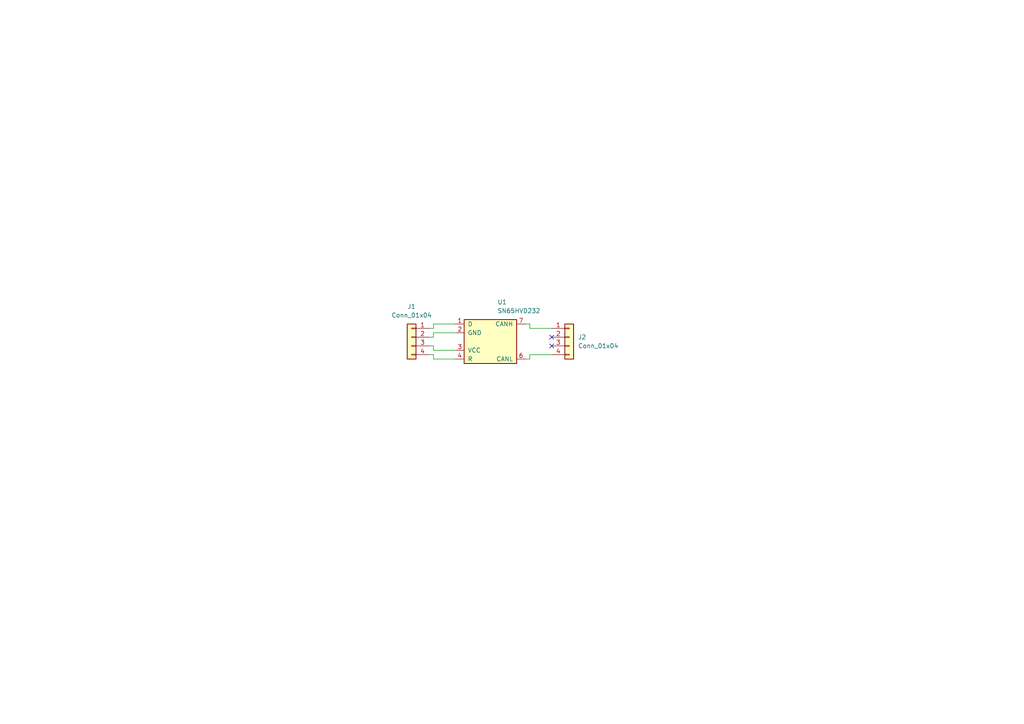
<source format=kicad_sch>
(kicad_sch (version 20211123) (generator eeschema)
  (paper "A4")
  (lib_symbols
    (symbol "Connector_Generic:Conn_01x04" (pin_names (offset 1.016) hide)
      (property "Reference" "J" (at 0 5.08 0))
      (property "Value" "Conn_01x04" (at 0 -7.62 0))
      (symbol "Conn_01x04_1_1"
        (rectangle (start -1.27 -4.953) (end 0 -5.207) (stroke (width 0.1524)))
        (rectangle (start -1.27 -2.413) (end 0 -2.667) (stroke (width 0.1524)))
        (rectangle (start -1.27 0.127) (end 0 -0.127) (stroke (width 0.1524)))
        (rectangle (start -1.27 2.667) (end 0 2.413) (stroke (width 0.1524)))
        (rectangle (start -1.27 3.81) (end 1.27 -6.35) (stroke (width 0.254)) (fill (type background)))
        (pin passive line (at -5.08 2.54 0) (length 3.81) (name "Pin_1") (number "1"))
        (pin passive line (at -5.08 0 0) (length 3.81) (name "Pin_2") (number "2"))
        (pin passive line (at -5.08 -2.54 0) (length 3.81) (name "Pin_3") (number "3"))
        (pin passive line (at -5.08 -5.08 0) (length 3.81) (name "Pin_4") (number "4"))
      )
    )
    (symbol "Interface_CAN_LIN:SN65HVD232" (pin_names (offset 1.016))
      (property "Reference" "U1" (at 2.0194 10.16 0))
      (property "Value" "SN65HVD232" (at 2.0194 7.62 0))
      (symbol "SN65HVD232_0_1"
        (rectangle (start -7.62 5.08) (end 7.62 -7.62) (stroke (width 0.254)) (fill (type background)))
      )
      (symbol "SN65HVD232_1_1"
        (pin input line (at -10.16 3.81 0) (length 2.54) (name "D") (number "1"))
        (pin power_in line (at -10.16 1.27 0) (length 2.54) (name "GND") (number "2"))
        (pin power_in line (at -10.16 -3.81 0) (length 2.54) (name "VCC") (number "3"))
        (pin output line (at -10.16 -6.35 0) (length 2.54) (name "R") (number "4"))
        (pin no_connect line (at -10.16 -2.54 0) (length 2.54) hide (name "NC") (number "5"))
        (pin bidirectional line (at 10.16 -6.35 180) (length 2.54) (name "CANL") (number "6"))
        (pin bidirectional line (at 10.16 3.81 180) (length 2.54) (name "CANH") (number "7"))
        (pin no_connect line (at -10.16 -5.08 0) (length 2.54) hide (name "NC") (number "8"))
      )
    )
  )
  (no_connect (at 160.02 97.79))
  (no_connect (at 160.02 100.33))
  (wire (pts (xy 125.73 101.6) (xy 132.08 101.6)))
  (wire (pts (xy 153.67 95.25) (xy 160.02 95.25)))
  (wire (pts (xy 152.4 93.98) (xy 153.67 93.98)))
  (wire (pts (xy 125.73 95.25) (xy 125.73 93.98)))
  (wire (pts (xy 125.73 97.79) (xy 125.73 96.52)))
  (wire (pts (xy 124.46 100.33) (xy 125.73 100.33)))
  (wire (pts (xy 125.73 102.87) (xy 125.73 104.14)))
  (wire (pts (xy 124.46 102.87) (xy 125.73 102.87)))
  (wire (pts (xy 153.67 93.98) (xy 153.67 95.25)))
  (wire (pts (xy 125.73 104.14) (xy 132.08 104.14)))
  (wire (pts (xy 153.67 104.14) (xy 153.67 102.87)))
  (wire (pts (xy 152.4 104.14) (xy 153.67 104.14)))
  (wire (pts (xy 125.73 96.52) (xy 132.08 96.52)))
  (wire (pts (xy 125.73 100.33) (xy 125.73 101.6)))
  (wire (pts (xy 125.73 93.98) (xy 132.08 93.98)))
  (wire (pts (xy 153.67 102.87) (xy 160.02 102.87)))
  (wire (pts (xy 124.46 95.25) (xy 125.73 95.25)))
  (wire (pts (xy 124.46 97.79) (xy 125.73 97.79)))
  (symbol (lib_id "Interface_CAN_LIN:SN65HVD232") (at 142.24 97.79 0) (unit 1)
    (property "Reference" "U1" (at 144.2594 87.63 0) (effects (justify left)))
    (property "Value" "SN65HVD232" (at 144.2594 90.17 0) (effects (justify left)))
    (property "Footprint" "Package_SO:SOIC-8_3.9x4.9mm_P1.27mm" (effects hide))
    (property "Datasheet" "http://www.ti.com/lit/ds/symlink/sn65hvd230.pdf" (effects hide))
    (property "LCSC" "C30530" (effects hide))
  )
  (symbol (lib_id "Connector_Generic:Conn_01x04") (at 119.38 97.79 0) (mirror y) (unit 1)
    (property "Reference" "J1" (at 119.38 88.9 0))
    (property "Value" "Conn_01x04" (at 119.38 91.44 0))
    (property "Footprint" "Connector_PinHeader_2.54mm:PinHeader_1x04_P2.54mm_Vertical" (effects hide))
  )
  (symbol (lib_id "Connector_Generic:Conn_01x04") (at 165.1 97.79 0) (unit 1)
    (property "Reference" "J2" (at 167.64 97.7899 0) (effects (justify left)))
    (property "Value" "Conn_01x04" (at 167.64 100.3299 0) (effects (justify left)))
    (property "Footprint" "Connector_PinHeader_2.54mm:PinHeader_1x04_P2.54mm_Vertical" (effects hide))
  )
)
</source>
